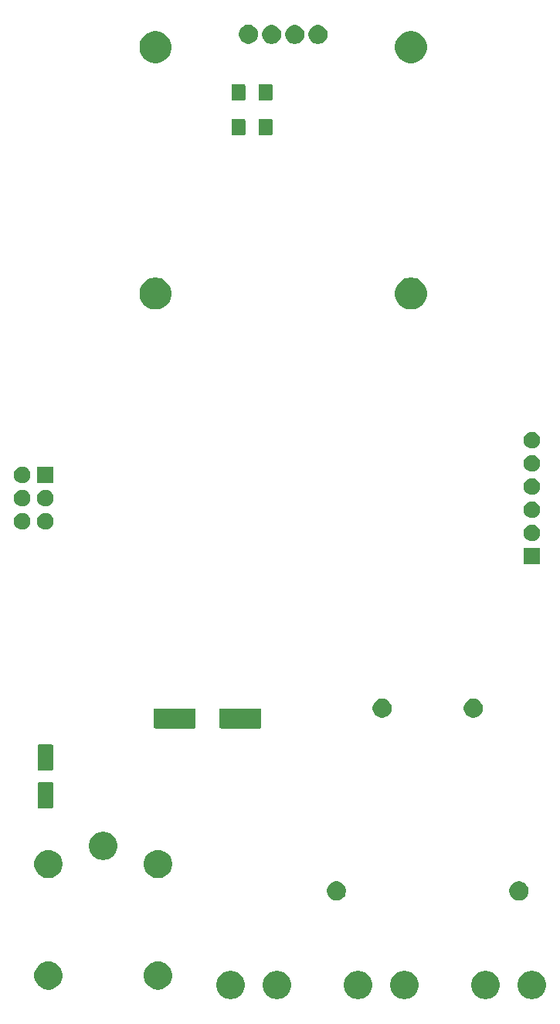
<source format=gbr>
G04 #@! TF.GenerationSoftware,KiCad,Pcbnew,5.1.5+dfsg1-2build2*
G04 #@! TF.CreationDate,2020-07-19T12:41:51+10:00*
G04 #@! TF.ProjectId,grinder_timer,6772696e-6465-4725-9f74-696d65722e6b,rev?*
G04 #@! TF.SameCoordinates,Original*
G04 #@! TF.FileFunction,Soldermask,Bot*
G04 #@! TF.FilePolarity,Negative*
%FSLAX46Y46*%
G04 Gerber Fmt 4.6, Leading zero omitted, Abs format (unit mm)*
G04 Created by KiCad (PCBNEW 5.1.5+dfsg1-2build2) date 2020-07-19 12:41:51*
%MOMM*%
%LPD*%
G04 APERTURE LIST*
%ADD10C,0.100000*%
G04 APERTURE END LIST*
D10*
G36*
X37132585Y7871198D02*
G01*
X37282410Y7841396D01*
X37564674Y7724479D01*
X37818705Y7554741D01*
X38034741Y7338705D01*
X38204479Y7084674D01*
X38321396Y6802410D01*
X38381000Y6502760D01*
X38381000Y6197240D01*
X38321396Y5897590D01*
X38204479Y5615326D01*
X38034741Y5361295D01*
X37818705Y5145259D01*
X37564674Y4975521D01*
X37282410Y4858604D01*
X37132585Y4828802D01*
X36982761Y4799000D01*
X36677239Y4799000D01*
X36527415Y4828802D01*
X36377590Y4858604D01*
X36095326Y4975521D01*
X35841295Y5145259D01*
X35625259Y5361295D01*
X35455521Y5615326D01*
X35338604Y5897590D01*
X35279000Y6197240D01*
X35279000Y6502760D01*
X35338604Y6802410D01*
X35455521Y7084674D01*
X35625259Y7338705D01*
X35841295Y7554741D01*
X36095326Y7724479D01*
X36377590Y7841396D01*
X36527415Y7871198D01*
X36677239Y7901000D01*
X36982761Y7901000D01*
X37132585Y7871198D01*
G37*
G36*
X59992585Y7871198D02*
G01*
X60142410Y7841396D01*
X60424674Y7724479D01*
X60678705Y7554741D01*
X60894741Y7338705D01*
X61064479Y7084674D01*
X61181396Y6802410D01*
X61241000Y6502760D01*
X61241000Y6197240D01*
X61181396Y5897590D01*
X61064479Y5615326D01*
X60894741Y5361295D01*
X60678705Y5145259D01*
X60424674Y4975521D01*
X60142410Y4858604D01*
X59992585Y4828802D01*
X59842761Y4799000D01*
X59537239Y4799000D01*
X59387415Y4828802D01*
X59237590Y4858604D01*
X58955326Y4975521D01*
X58701295Y5145259D01*
X58485259Y5361295D01*
X58315521Y5615326D01*
X58198604Y5897590D01*
X58139000Y6197240D01*
X58139000Y6502760D01*
X58198604Y6802410D01*
X58315521Y7084674D01*
X58485259Y7338705D01*
X58701295Y7554741D01*
X58955326Y7724479D01*
X59237590Y7841396D01*
X59387415Y7871198D01*
X59537239Y7901000D01*
X59842761Y7901000D01*
X59992585Y7871198D01*
G37*
G36*
X51102585Y7871198D02*
G01*
X51252410Y7841396D01*
X51534674Y7724479D01*
X51788705Y7554741D01*
X52004741Y7338705D01*
X52174479Y7084674D01*
X52291396Y6802410D01*
X52351000Y6502760D01*
X52351000Y6197240D01*
X52291396Y5897590D01*
X52174479Y5615326D01*
X52004741Y5361295D01*
X51788705Y5145259D01*
X51534674Y4975521D01*
X51252410Y4858604D01*
X51102585Y4828802D01*
X50952761Y4799000D01*
X50647239Y4799000D01*
X50497415Y4828802D01*
X50347590Y4858604D01*
X50065326Y4975521D01*
X49811295Y5145259D01*
X49595259Y5361295D01*
X49425521Y5615326D01*
X49308604Y5897590D01*
X49249000Y6197240D01*
X49249000Y6502760D01*
X49308604Y6802410D01*
X49425521Y7084674D01*
X49595259Y7338705D01*
X49811295Y7554741D01*
X50065326Y7724479D01*
X50347590Y7841396D01*
X50497415Y7871198D01*
X50647239Y7901000D01*
X50952761Y7901000D01*
X51102585Y7871198D01*
G37*
G36*
X46022585Y7871198D02*
G01*
X46172410Y7841396D01*
X46454674Y7724479D01*
X46708705Y7554741D01*
X46924741Y7338705D01*
X47094479Y7084674D01*
X47211396Y6802410D01*
X47271000Y6502760D01*
X47271000Y6197240D01*
X47211396Y5897590D01*
X47094479Y5615326D01*
X46924741Y5361295D01*
X46708705Y5145259D01*
X46454674Y4975521D01*
X46172410Y4858604D01*
X46022585Y4828802D01*
X45872761Y4799000D01*
X45567239Y4799000D01*
X45417415Y4828802D01*
X45267590Y4858604D01*
X44985326Y4975521D01*
X44731295Y5145259D01*
X44515259Y5361295D01*
X44345521Y5615326D01*
X44228604Y5897590D01*
X44169000Y6197240D01*
X44169000Y6502760D01*
X44228604Y6802410D01*
X44345521Y7084674D01*
X44515259Y7338705D01*
X44731295Y7554741D01*
X44985326Y7724479D01*
X45267590Y7841396D01*
X45417415Y7871198D01*
X45567239Y7901000D01*
X45872761Y7901000D01*
X46022585Y7871198D01*
G37*
G36*
X32052585Y7871198D02*
G01*
X32202410Y7841396D01*
X32484674Y7724479D01*
X32738705Y7554741D01*
X32954741Y7338705D01*
X33124479Y7084674D01*
X33241396Y6802410D01*
X33301000Y6502760D01*
X33301000Y6197240D01*
X33241396Y5897590D01*
X33124479Y5615326D01*
X32954741Y5361295D01*
X32738705Y5145259D01*
X32484674Y4975521D01*
X32202410Y4858604D01*
X32052585Y4828802D01*
X31902761Y4799000D01*
X31597239Y4799000D01*
X31447415Y4828802D01*
X31297590Y4858604D01*
X31015326Y4975521D01*
X30761295Y5145259D01*
X30545259Y5361295D01*
X30375521Y5615326D01*
X30258604Y5897590D01*
X30199000Y6197240D01*
X30199000Y6502760D01*
X30258604Y6802410D01*
X30375521Y7084674D01*
X30545259Y7338705D01*
X30761295Y7554741D01*
X31015326Y7724479D01*
X31297590Y7841396D01*
X31447415Y7871198D01*
X31597239Y7901000D01*
X31902761Y7901000D01*
X32052585Y7871198D01*
G37*
G36*
X65072585Y7871198D02*
G01*
X65222410Y7841396D01*
X65504674Y7724479D01*
X65758705Y7554741D01*
X65974741Y7338705D01*
X66144479Y7084674D01*
X66261396Y6802410D01*
X66321000Y6502760D01*
X66321000Y6197240D01*
X66261396Y5897590D01*
X66144479Y5615326D01*
X65974741Y5361295D01*
X65758705Y5145259D01*
X65504674Y4975521D01*
X65222410Y4858604D01*
X65072585Y4828802D01*
X64922761Y4799000D01*
X64617239Y4799000D01*
X64467415Y4828802D01*
X64317590Y4858604D01*
X64035326Y4975521D01*
X63781295Y5145259D01*
X63565259Y5361295D01*
X63395521Y5615326D01*
X63278604Y5897590D01*
X63219000Y6197240D01*
X63219000Y6502760D01*
X63278604Y6802410D01*
X63395521Y7084674D01*
X63565259Y7338705D01*
X63781295Y7554741D01*
X64035326Y7724479D01*
X64317590Y7841396D01*
X64467415Y7871198D01*
X64617239Y7901000D01*
X64922761Y7901000D01*
X65072585Y7871198D01*
G37*
G36*
X12082585Y8911198D02*
G01*
X12232410Y8881396D01*
X12514674Y8764479D01*
X12768705Y8594741D01*
X12984741Y8378705D01*
X13154479Y8124674D01*
X13271396Y7842410D01*
X13331000Y7542760D01*
X13331000Y7237240D01*
X13271396Y6937590D01*
X13154479Y6655326D01*
X12984741Y6401295D01*
X12768705Y6185259D01*
X12514674Y6015521D01*
X12232410Y5898604D01*
X12082585Y5868802D01*
X11932761Y5839000D01*
X11627239Y5839000D01*
X11477415Y5868802D01*
X11327590Y5898604D01*
X11045326Y6015521D01*
X10791295Y6185259D01*
X10575259Y6401295D01*
X10405521Y6655326D01*
X10288604Y6937590D01*
X10229000Y7237240D01*
X10229000Y7542760D01*
X10288604Y7842410D01*
X10405521Y8124674D01*
X10575259Y8378705D01*
X10791295Y8594741D01*
X11045326Y8764479D01*
X11327590Y8881396D01*
X11477415Y8911198D01*
X11627239Y8941000D01*
X11932761Y8941000D01*
X12082585Y8911198D01*
G37*
G36*
X24082585Y8911198D02*
G01*
X24232410Y8881396D01*
X24514674Y8764479D01*
X24768705Y8594741D01*
X24984741Y8378705D01*
X25154479Y8124674D01*
X25271396Y7842410D01*
X25331000Y7542760D01*
X25331000Y7237240D01*
X25271396Y6937590D01*
X25154479Y6655326D01*
X24984741Y6401295D01*
X24768705Y6185259D01*
X24514674Y6015521D01*
X24232410Y5898604D01*
X24082585Y5868802D01*
X23932761Y5839000D01*
X23627239Y5839000D01*
X23477415Y5868802D01*
X23327590Y5898604D01*
X23045326Y6015521D01*
X22791295Y6185259D01*
X22575259Y6401295D01*
X22405521Y6655326D01*
X22288604Y6937590D01*
X22229000Y7237240D01*
X22229000Y7542760D01*
X22288604Y7842410D01*
X22405521Y8124674D01*
X22575259Y8378705D01*
X22791295Y8594741D01*
X23045326Y8764479D01*
X23327590Y8881396D01*
X23477415Y8911198D01*
X23627239Y8941000D01*
X23932761Y8941000D01*
X24082585Y8911198D01*
G37*
G36*
X43646564Y17680611D02*
G01*
X43837833Y17601385D01*
X43837835Y17601384D01*
X44009973Y17486365D01*
X44156365Y17339973D01*
X44271385Y17167833D01*
X44350611Y16976564D01*
X44391000Y16773516D01*
X44391000Y16566484D01*
X44350611Y16363436D01*
X44271385Y16172167D01*
X44271384Y16172165D01*
X44156365Y16000027D01*
X44009973Y15853635D01*
X43837835Y15738616D01*
X43837834Y15738615D01*
X43837833Y15738615D01*
X43646564Y15659389D01*
X43443516Y15619000D01*
X43236484Y15619000D01*
X43033436Y15659389D01*
X42842167Y15738615D01*
X42842166Y15738615D01*
X42842165Y15738616D01*
X42670027Y15853635D01*
X42523635Y16000027D01*
X42408616Y16172165D01*
X42408615Y16172167D01*
X42329389Y16363436D01*
X42289000Y16566484D01*
X42289000Y16773516D01*
X42329389Y16976564D01*
X42408615Y17167833D01*
X42523635Y17339973D01*
X42670027Y17486365D01*
X42842165Y17601384D01*
X42842167Y17601385D01*
X43033436Y17680611D01*
X43236484Y17721000D01*
X43443516Y17721000D01*
X43646564Y17680611D01*
G37*
G36*
X63646564Y17680611D02*
G01*
X63837833Y17601385D01*
X63837835Y17601384D01*
X64009973Y17486365D01*
X64156365Y17339973D01*
X64271385Y17167833D01*
X64350611Y16976564D01*
X64391000Y16773516D01*
X64391000Y16566484D01*
X64350611Y16363436D01*
X64271385Y16172167D01*
X64271384Y16172165D01*
X64156365Y16000027D01*
X64009973Y15853635D01*
X63837835Y15738616D01*
X63837834Y15738615D01*
X63837833Y15738615D01*
X63646564Y15659389D01*
X63443516Y15619000D01*
X63236484Y15619000D01*
X63033436Y15659389D01*
X62842167Y15738615D01*
X62842166Y15738615D01*
X62842165Y15738616D01*
X62670027Y15853635D01*
X62523635Y16000027D01*
X62408616Y16172165D01*
X62408615Y16172167D01*
X62329389Y16363436D01*
X62289000Y16566484D01*
X62289000Y16773516D01*
X62329389Y16976564D01*
X62408615Y17167833D01*
X62523635Y17339973D01*
X62670027Y17486365D01*
X62842165Y17601384D01*
X62842167Y17601385D01*
X63033436Y17680611D01*
X63236484Y17721000D01*
X63443516Y17721000D01*
X63646564Y17680611D01*
G37*
G36*
X12082585Y21111198D02*
G01*
X12232410Y21081396D01*
X12514674Y20964479D01*
X12768705Y20794741D01*
X12984741Y20578705D01*
X13154479Y20324674D01*
X13271396Y20042410D01*
X13331000Y19742760D01*
X13331000Y19437240D01*
X13271396Y19137590D01*
X13154479Y18855326D01*
X12984741Y18601295D01*
X12768705Y18385259D01*
X12514674Y18215521D01*
X12232410Y18098604D01*
X12082585Y18068802D01*
X11932761Y18039000D01*
X11627239Y18039000D01*
X11477415Y18068802D01*
X11327590Y18098604D01*
X11045326Y18215521D01*
X10791295Y18385259D01*
X10575259Y18601295D01*
X10405521Y18855326D01*
X10288604Y19137590D01*
X10229000Y19437240D01*
X10229000Y19742760D01*
X10288604Y20042410D01*
X10405521Y20324674D01*
X10575259Y20578705D01*
X10791295Y20794741D01*
X11045326Y20964479D01*
X11327590Y21081396D01*
X11477415Y21111198D01*
X11627239Y21141000D01*
X11932761Y21141000D01*
X12082585Y21111198D01*
G37*
G36*
X24082585Y21111198D02*
G01*
X24232410Y21081396D01*
X24514674Y20964479D01*
X24768705Y20794741D01*
X24984741Y20578705D01*
X25154479Y20324674D01*
X25271396Y20042410D01*
X25331000Y19742760D01*
X25331000Y19437240D01*
X25271396Y19137590D01*
X25154479Y18855326D01*
X24984741Y18601295D01*
X24768705Y18385259D01*
X24514674Y18215521D01*
X24232410Y18098604D01*
X24082585Y18068802D01*
X23932761Y18039000D01*
X23627239Y18039000D01*
X23477415Y18068802D01*
X23327590Y18098604D01*
X23045326Y18215521D01*
X22791295Y18385259D01*
X22575259Y18601295D01*
X22405521Y18855326D01*
X22288604Y19137590D01*
X22229000Y19437240D01*
X22229000Y19742760D01*
X22288604Y20042410D01*
X22405521Y20324674D01*
X22575259Y20578705D01*
X22791295Y20794741D01*
X23045326Y20964479D01*
X23327590Y21081396D01*
X23477415Y21111198D01*
X23627239Y21141000D01*
X23932761Y21141000D01*
X24082585Y21111198D01*
G37*
G36*
X18082585Y23111198D02*
G01*
X18232410Y23081396D01*
X18514674Y22964479D01*
X18768705Y22794741D01*
X18984741Y22578705D01*
X19154479Y22324674D01*
X19271396Y22042410D01*
X19331000Y21742760D01*
X19331000Y21437240D01*
X19271396Y21137590D01*
X19154479Y20855326D01*
X18984741Y20601295D01*
X18768705Y20385259D01*
X18514674Y20215521D01*
X18232410Y20098604D01*
X18082585Y20068802D01*
X17932761Y20039000D01*
X17627239Y20039000D01*
X17477415Y20068802D01*
X17327590Y20098604D01*
X17045326Y20215521D01*
X16791295Y20385259D01*
X16575259Y20601295D01*
X16405521Y20855326D01*
X16288604Y21137590D01*
X16229000Y21437240D01*
X16229000Y21742760D01*
X16288604Y22042410D01*
X16405521Y22324674D01*
X16575259Y22578705D01*
X16791295Y22794741D01*
X17045326Y22964479D01*
X17327590Y23081396D01*
X17477415Y23111198D01*
X17627239Y23141000D01*
X17932761Y23141000D01*
X18082585Y23111198D01*
G37*
G36*
X12135997Y28581949D02*
G01*
X12169652Y28571739D01*
X12200665Y28555162D01*
X12227851Y28532851D01*
X12250162Y28505665D01*
X12266739Y28474652D01*
X12276949Y28440997D01*
X12281000Y28399862D01*
X12281000Y25895138D01*
X12276949Y25854003D01*
X12266739Y25820348D01*
X12250162Y25789335D01*
X12227851Y25762149D01*
X12200665Y25739838D01*
X12169652Y25723261D01*
X12135997Y25713051D01*
X12094862Y25709000D01*
X10765138Y25709000D01*
X10724003Y25713051D01*
X10690348Y25723261D01*
X10659335Y25739838D01*
X10632149Y25762149D01*
X10609838Y25789335D01*
X10593261Y25820348D01*
X10583051Y25854003D01*
X10579000Y25895138D01*
X10579000Y28399862D01*
X10583051Y28440997D01*
X10593261Y28474652D01*
X10609838Y28505665D01*
X10632149Y28532851D01*
X10659335Y28555162D01*
X10690348Y28571739D01*
X10724003Y28581949D01*
X10765138Y28586000D01*
X12094862Y28586000D01*
X12135997Y28581949D01*
G37*
G36*
X12135997Y32706949D02*
G01*
X12169652Y32696739D01*
X12200665Y32680162D01*
X12227851Y32657851D01*
X12250162Y32630665D01*
X12266739Y32599652D01*
X12276949Y32565997D01*
X12281000Y32524862D01*
X12281000Y30020138D01*
X12276949Y29979003D01*
X12266739Y29945348D01*
X12250162Y29914335D01*
X12227851Y29887149D01*
X12200665Y29864838D01*
X12169652Y29848261D01*
X12135997Y29838051D01*
X12094862Y29834000D01*
X10765138Y29834000D01*
X10724003Y29838051D01*
X10690348Y29848261D01*
X10659335Y29864838D01*
X10632149Y29887149D01*
X10609838Y29914335D01*
X10593261Y29945348D01*
X10583051Y29979003D01*
X10579000Y30020138D01*
X10579000Y32524862D01*
X10583051Y32565997D01*
X10593261Y32599652D01*
X10609838Y32630665D01*
X10632149Y32657851D01*
X10659335Y32680162D01*
X10690348Y32696739D01*
X10724003Y32706949D01*
X10765138Y32711000D01*
X12094862Y32711000D01*
X12135997Y32706949D01*
G37*
G36*
X27776536Y36657200D02*
G01*
X27807738Y36647735D01*
X27836486Y36632369D01*
X27861687Y36611687D01*
X27882369Y36586486D01*
X27897735Y36557738D01*
X27907200Y36526536D01*
X27911000Y36487954D01*
X27911000Y34632046D01*
X27907200Y34593464D01*
X27897735Y34562262D01*
X27882369Y34533514D01*
X27861687Y34508313D01*
X27836486Y34487631D01*
X27807738Y34472265D01*
X27776536Y34462800D01*
X27737954Y34459000D01*
X23482046Y34459000D01*
X23443464Y34462800D01*
X23412262Y34472265D01*
X23383514Y34487631D01*
X23358313Y34508313D01*
X23337631Y34533514D01*
X23322265Y34562262D01*
X23312800Y34593464D01*
X23309000Y34632046D01*
X23309000Y36487954D01*
X23312800Y36526536D01*
X23322265Y36557738D01*
X23337631Y36586486D01*
X23358313Y36611687D01*
X23383514Y36632369D01*
X23412262Y36647735D01*
X23443464Y36657200D01*
X23482046Y36661000D01*
X27737954Y36661000D01*
X27776536Y36657200D01*
G37*
G36*
X34976536Y36657200D02*
G01*
X35007738Y36647735D01*
X35036486Y36632369D01*
X35061687Y36611687D01*
X35082369Y36586486D01*
X35097735Y36557738D01*
X35107200Y36526536D01*
X35111000Y36487954D01*
X35111000Y34632046D01*
X35107200Y34593464D01*
X35097735Y34562262D01*
X35082369Y34533514D01*
X35061687Y34508313D01*
X35036486Y34487631D01*
X35007738Y34472265D01*
X34976536Y34462800D01*
X34937954Y34459000D01*
X30682046Y34459000D01*
X30643464Y34462800D01*
X30612262Y34472265D01*
X30583514Y34487631D01*
X30558313Y34508313D01*
X30537631Y34533514D01*
X30522265Y34562262D01*
X30512800Y34593464D01*
X30509000Y34632046D01*
X30509000Y36487954D01*
X30512800Y36526536D01*
X30522265Y36557738D01*
X30537631Y36586486D01*
X30558313Y36611687D01*
X30583514Y36632369D01*
X30612262Y36647735D01*
X30643464Y36657200D01*
X30682046Y36661000D01*
X34937954Y36661000D01*
X34976536Y36657200D01*
G37*
G36*
X58646564Y37680611D02*
G01*
X58837833Y37601385D01*
X58837835Y37601384D01*
X59009973Y37486365D01*
X59156365Y37339973D01*
X59271385Y37167833D01*
X59350611Y36976564D01*
X59391000Y36773516D01*
X59391000Y36566484D01*
X59350611Y36363436D01*
X59271385Y36172167D01*
X59271384Y36172165D01*
X59156365Y36000027D01*
X59009973Y35853635D01*
X58837835Y35738616D01*
X58837834Y35738615D01*
X58837833Y35738615D01*
X58646564Y35659389D01*
X58443516Y35619000D01*
X58236484Y35619000D01*
X58033436Y35659389D01*
X57842167Y35738615D01*
X57842166Y35738615D01*
X57842165Y35738616D01*
X57670027Y35853635D01*
X57523635Y36000027D01*
X57408616Y36172165D01*
X57408615Y36172167D01*
X57329389Y36363436D01*
X57289000Y36566484D01*
X57289000Y36773516D01*
X57329389Y36976564D01*
X57408615Y37167833D01*
X57523635Y37339973D01*
X57670027Y37486365D01*
X57842165Y37601384D01*
X57842167Y37601385D01*
X58033436Y37680611D01*
X58236484Y37721000D01*
X58443516Y37721000D01*
X58646564Y37680611D01*
G37*
G36*
X48646564Y37680611D02*
G01*
X48837833Y37601385D01*
X48837835Y37601384D01*
X49009973Y37486365D01*
X49156365Y37339973D01*
X49271385Y37167833D01*
X49350611Y36976564D01*
X49391000Y36773516D01*
X49391000Y36566484D01*
X49350611Y36363436D01*
X49271385Y36172167D01*
X49271384Y36172165D01*
X49156365Y36000027D01*
X49009973Y35853635D01*
X48837835Y35738616D01*
X48837834Y35738615D01*
X48837833Y35738615D01*
X48646564Y35659389D01*
X48443516Y35619000D01*
X48236484Y35619000D01*
X48033436Y35659389D01*
X47842167Y35738615D01*
X47842166Y35738615D01*
X47842165Y35738616D01*
X47670027Y35853635D01*
X47523635Y36000027D01*
X47408616Y36172165D01*
X47408615Y36172167D01*
X47329389Y36363436D01*
X47289000Y36566484D01*
X47289000Y36773516D01*
X47329389Y36976564D01*
X47408615Y37167833D01*
X47523635Y37339973D01*
X47670027Y37486365D01*
X47842165Y37601384D01*
X47842167Y37601385D01*
X48033436Y37680611D01*
X48236484Y37721000D01*
X48443516Y37721000D01*
X48646564Y37680611D01*
G37*
G36*
X65671000Y52439000D02*
G01*
X63869000Y52439000D01*
X63869000Y54241000D01*
X65671000Y54241000D01*
X65671000Y52439000D01*
G37*
G36*
X64883512Y56776073D02*
G01*
X65032812Y56746376D01*
X65196784Y56678456D01*
X65344354Y56579853D01*
X65469853Y56454354D01*
X65568456Y56306784D01*
X65636376Y56142812D01*
X65671000Y55968741D01*
X65671000Y55791259D01*
X65636376Y55617188D01*
X65568456Y55453216D01*
X65469853Y55305646D01*
X65344354Y55180147D01*
X65196784Y55081544D01*
X65032812Y55013624D01*
X64883512Y54983927D01*
X64858742Y54979000D01*
X64681258Y54979000D01*
X64656488Y54983927D01*
X64507188Y55013624D01*
X64343216Y55081544D01*
X64195646Y55180147D01*
X64070147Y55305646D01*
X63971544Y55453216D01*
X63903624Y55617188D01*
X63869000Y55791259D01*
X63869000Y55968741D01*
X63903624Y56142812D01*
X63971544Y56306784D01*
X64070147Y56454354D01*
X64195646Y56579853D01*
X64343216Y56678456D01*
X64507188Y56746376D01*
X64656488Y56776073D01*
X64681258Y56781000D01*
X64858742Y56781000D01*
X64883512Y56776073D01*
G37*
G36*
X11696778Y58029453D02*
G01*
X11863224Y57960509D01*
X12013022Y57860417D01*
X12140417Y57733022D01*
X12240509Y57583224D01*
X12309453Y57416778D01*
X12344600Y57240082D01*
X12344600Y57059918D01*
X12309453Y56883222D01*
X12240509Y56716776D01*
X12140417Y56566978D01*
X12013022Y56439583D01*
X11863224Y56339491D01*
X11696778Y56270547D01*
X11520082Y56235400D01*
X11339918Y56235400D01*
X11163222Y56270547D01*
X10996776Y56339491D01*
X10846978Y56439583D01*
X10719583Y56566978D01*
X10619491Y56716776D01*
X10550547Y56883222D01*
X10515400Y57059918D01*
X10515400Y57240082D01*
X10550547Y57416778D01*
X10619491Y57583224D01*
X10719583Y57733022D01*
X10846978Y57860417D01*
X10996776Y57960509D01*
X11163222Y58029453D01*
X11339918Y58064600D01*
X11520082Y58064600D01*
X11696778Y58029453D01*
G37*
G36*
X9156778Y58029453D02*
G01*
X9323224Y57960509D01*
X9473022Y57860417D01*
X9600417Y57733022D01*
X9700509Y57583224D01*
X9769453Y57416778D01*
X9804600Y57240082D01*
X9804600Y57059918D01*
X9769453Y56883222D01*
X9700509Y56716776D01*
X9600417Y56566978D01*
X9473022Y56439583D01*
X9323224Y56339491D01*
X9156778Y56270547D01*
X8980082Y56235400D01*
X8799918Y56235400D01*
X8623222Y56270547D01*
X8456776Y56339491D01*
X8306978Y56439583D01*
X8179583Y56566978D01*
X8079491Y56716776D01*
X8010547Y56883222D01*
X7975400Y57059918D01*
X7975400Y57240082D01*
X8010547Y57416778D01*
X8079491Y57583224D01*
X8179583Y57733022D01*
X8306978Y57860417D01*
X8456776Y57960509D01*
X8623222Y58029453D01*
X8799918Y58064600D01*
X8980082Y58064600D01*
X9156778Y58029453D01*
G37*
G36*
X64883512Y59316073D02*
G01*
X65032812Y59286376D01*
X65196784Y59218456D01*
X65344354Y59119853D01*
X65469853Y58994354D01*
X65568456Y58846784D01*
X65636376Y58682812D01*
X65671000Y58508741D01*
X65671000Y58331259D01*
X65636376Y58157188D01*
X65568456Y57993216D01*
X65469853Y57845646D01*
X65344354Y57720147D01*
X65196784Y57621544D01*
X65032812Y57553624D01*
X64883512Y57523927D01*
X64858742Y57519000D01*
X64681258Y57519000D01*
X64656488Y57523927D01*
X64507188Y57553624D01*
X64343216Y57621544D01*
X64195646Y57720147D01*
X64070147Y57845646D01*
X63971544Y57993216D01*
X63903624Y58157188D01*
X63869000Y58331259D01*
X63869000Y58508741D01*
X63903624Y58682812D01*
X63971544Y58846784D01*
X64070147Y58994354D01*
X64195646Y59119853D01*
X64343216Y59218456D01*
X64507188Y59286376D01*
X64656488Y59316073D01*
X64681258Y59321000D01*
X64858742Y59321000D01*
X64883512Y59316073D01*
G37*
G36*
X9156778Y60569453D02*
G01*
X9323224Y60500509D01*
X9473022Y60400417D01*
X9600417Y60273022D01*
X9700509Y60123224D01*
X9769453Y59956778D01*
X9804600Y59780082D01*
X9804600Y59599918D01*
X9769453Y59423222D01*
X9700509Y59256776D01*
X9600417Y59106978D01*
X9473022Y58979583D01*
X9323224Y58879491D01*
X9156778Y58810547D01*
X8980082Y58775400D01*
X8799918Y58775400D01*
X8623222Y58810547D01*
X8456776Y58879491D01*
X8306978Y58979583D01*
X8179583Y59106978D01*
X8079491Y59256776D01*
X8010547Y59423222D01*
X7975400Y59599918D01*
X7975400Y59780082D01*
X8010547Y59956778D01*
X8079491Y60123224D01*
X8179583Y60273022D01*
X8306978Y60400417D01*
X8456776Y60500509D01*
X8623222Y60569453D01*
X8799918Y60604600D01*
X8980082Y60604600D01*
X9156778Y60569453D01*
G37*
G36*
X11696778Y60569453D02*
G01*
X11863224Y60500509D01*
X12013022Y60400417D01*
X12140417Y60273022D01*
X12240509Y60123224D01*
X12309453Y59956778D01*
X12344600Y59780082D01*
X12344600Y59599918D01*
X12309453Y59423222D01*
X12240509Y59256776D01*
X12140417Y59106978D01*
X12013022Y58979583D01*
X11863224Y58879491D01*
X11696778Y58810547D01*
X11520082Y58775400D01*
X11339918Y58775400D01*
X11163222Y58810547D01*
X10996776Y58879491D01*
X10846978Y58979583D01*
X10719583Y59106978D01*
X10619491Y59256776D01*
X10550547Y59423222D01*
X10515400Y59599918D01*
X10515400Y59780082D01*
X10550547Y59956778D01*
X10619491Y60123224D01*
X10719583Y60273022D01*
X10846978Y60400417D01*
X10996776Y60500509D01*
X11163222Y60569453D01*
X11339918Y60604600D01*
X11520082Y60604600D01*
X11696778Y60569453D01*
G37*
G36*
X64883512Y61856073D02*
G01*
X65032812Y61826376D01*
X65196784Y61758456D01*
X65344354Y61659853D01*
X65469853Y61534354D01*
X65568456Y61386784D01*
X65636376Y61222812D01*
X65671000Y61048741D01*
X65671000Y60871259D01*
X65636376Y60697188D01*
X65568456Y60533216D01*
X65469853Y60385646D01*
X65344354Y60260147D01*
X65196784Y60161544D01*
X65032812Y60093624D01*
X64883512Y60063927D01*
X64858742Y60059000D01*
X64681258Y60059000D01*
X64656488Y60063927D01*
X64507188Y60093624D01*
X64343216Y60161544D01*
X64195646Y60260147D01*
X64070147Y60385646D01*
X63971544Y60533216D01*
X63903624Y60697188D01*
X63869000Y60871259D01*
X63869000Y61048741D01*
X63903624Y61222812D01*
X63971544Y61386784D01*
X64070147Y61534354D01*
X64195646Y61659853D01*
X64343216Y61758456D01*
X64507188Y61826376D01*
X64656488Y61856073D01*
X64681258Y61861000D01*
X64858742Y61861000D01*
X64883512Y61856073D01*
G37*
G36*
X9156778Y63109453D02*
G01*
X9323224Y63040509D01*
X9473022Y62940417D01*
X9600417Y62813022D01*
X9700509Y62663224D01*
X9769453Y62496778D01*
X9804600Y62320082D01*
X9804600Y62139918D01*
X9769453Y61963222D01*
X9700509Y61796776D01*
X9600417Y61646978D01*
X9473022Y61519583D01*
X9323224Y61419491D01*
X9156778Y61350547D01*
X8980082Y61315400D01*
X8799918Y61315400D01*
X8623222Y61350547D01*
X8456776Y61419491D01*
X8306978Y61519583D01*
X8179583Y61646978D01*
X8079491Y61796776D01*
X8010547Y61963222D01*
X7975400Y62139918D01*
X7975400Y62320082D01*
X8010547Y62496778D01*
X8079491Y62663224D01*
X8179583Y62813022D01*
X8306978Y62940417D01*
X8456776Y63040509D01*
X8623222Y63109453D01*
X8799918Y63144600D01*
X8980082Y63144600D01*
X9156778Y63109453D01*
G37*
G36*
X12344600Y61315400D02*
G01*
X10515400Y61315400D01*
X10515400Y63144600D01*
X12344600Y63144600D01*
X12344600Y61315400D01*
G37*
G36*
X64883512Y64396073D02*
G01*
X65032812Y64366376D01*
X65196784Y64298456D01*
X65344354Y64199853D01*
X65469853Y64074354D01*
X65568456Y63926784D01*
X65636376Y63762812D01*
X65671000Y63588741D01*
X65671000Y63411259D01*
X65636376Y63237188D01*
X65568456Y63073216D01*
X65469853Y62925646D01*
X65344354Y62800147D01*
X65196784Y62701544D01*
X65032812Y62633624D01*
X64883512Y62603927D01*
X64858742Y62599000D01*
X64681258Y62599000D01*
X64656488Y62603927D01*
X64507188Y62633624D01*
X64343216Y62701544D01*
X64195646Y62800147D01*
X64070147Y62925646D01*
X63971544Y63073216D01*
X63903624Y63237188D01*
X63869000Y63411259D01*
X63869000Y63588741D01*
X63903624Y63762812D01*
X63971544Y63926784D01*
X64070147Y64074354D01*
X64195646Y64199853D01*
X64343216Y64298456D01*
X64507188Y64366376D01*
X64656488Y64396073D01*
X64681258Y64401000D01*
X64858742Y64401000D01*
X64883512Y64396073D01*
G37*
G36*
X64883512Y66936073D02*
G01*
X65032812Y66906376D01*
X65196784Y66838456D01*
X65344354Y66739853D01*
X65469853Y66614354D01*
X65568456Y66466784D01*
X65636376Y66302812D01*
X65671000Y66128741D01*
X65671000Y65951259D01*
X65636376Y65777188D01*
X65568456Y65613216D01*
X65469853Y65465646D01*
X65344354Y65340147D01*
X65196784Y65241544D01*
X65032812Y65173624D01*
X64883512Y65143927D01*
X64858742Y65139000D01*
X64681258Y65139000D01*
X64656488Y65143927D01*
X64507188Y65173624D01*
X64343216Y65241544D01*
X64195646Y65340147D01*
X64070147Y65465646D01*
X63971544Y65613216D01*
X63903624Y65777188D01*
X63869000Y65951259D01*
X63869000Y66128741D01*
X63903624Y66302812D01*
X63971544Y66466784D01*
X64070147Y66614354D01*
X64195646Y66739853D01*
X64343216Y66838456D01*
X64507188Y66906376D01*
X64656488Y66936073D01*
X64681258Y66941000D01*
X64858742Y66941000D01*
X64883512Y66936073D01*
G37*
G36*
X51897985Y83816140D02*
G01*
X52010748Y83793710D01*
X52142741Y83739037D01*
X52329408Y83661717D01*
X52616196Y83470091D01*
X52860091Y83226196D01*
X53051717Y82939408D01*
X53183710Y82620747D01*
X53251000Y82282460D01*
X53251000Y81937540D01*
X53183710Y81599253D01*
X53051717Y81280592D01*
X52860091Y80993804D01*
X52616196Y80749909D01*
X52329408Y80558283D01*
X52142741Y80480963D01*
X52010748Y80426290D01*
X51897985Y80403860D01*
X51672460Y80359000D01*
X51327540Y80359000D01*
X51102015Y80403860D01*
X50989252Y80426290D01*
X50857259Y80480963D01*
X50670592Y80558283D01*
X50383804Y80749909D01*
X50139909Y80993804D01*
X49948283Y81280592D01*
X49816290Y81599253D01*
X49749000Y81937540D01*
X49749000Y82282460D01*
X49816290Y82620747D01*
X49948283Y82939408D01*
X50139909Y83226196D01*
X50383804Y83470091D01*
X50670592Y83661717D01*
X50857259Y83739037D01*
X50989252Y83793710D01*
X51102015Y83816140D01*
X51327540Y83861000D01*
X51672460Y83861000D01*
X51897985Y83816140D01*
G37*
G36*
X23897985Y83816140D02*
G01*
X24010748Y83793710D01*
X24142741Y83739037D01*
X24329408Y83661717D01*
X24616196Y83470091D01*
X24860091Y83226196D01*
X25051717Y82939408D01*
X25183710Y82620747D01*
X25251000Y82282460D01*
X25251000Y81937540D01*
X25183710Y81599253D01*
X25051717Y81280592D01*
X24860091Y80993804D01*
X24616196Y80749909D01*
X24329408Y80558283D01*
X24142741Y80480963D01*
X24010748Y80426290D01*
X23897985Y80403860D01*
X23672460Y80359000D01*
X23327540Y80359000D01*
X23102015Y80403860D01*
X22989252Y80426290D01*
X22857259Y80480963D01*
X22670592Y80558283D01*
X22383804Y80749909D01*
X22139909Y80993804D01*
X21948283Y81280592D01*
X21816290Y81599253D01*
X21749000Y81937540D01*
X21749000Y82282460D01*
X21816290Y82620747D01*
X21948283Y82939408D01*
X22139909Y83226196D01*
X22383804Y83470091D01*
X22670592Y83661717D01*
X22857259Y83739037D01*
X22989252Y83793710D01*
X23102015Y83816140D01*
X23327540Y83861000D01*
X23672460Y83861000D01*
X23897985Y83816140D01*
G37*
G36*
X36173062Y101251819D02*
G01*
X36207981Y101241226D01*
X36240163Y101224024D01*
X36268373Y101200873D01*
X36291524Y101172663D01*
X36308726Y101140481D01*
X36319319Y101105562D01*
X36323500Y101063105D01*
X36323500Y99596895D01*
X36319319Y99554438D01*
X36308726Y99519519D01*
X36291524Y99487337D01*
X36268373Y99459127D01*
X36240163Y99435976D01*
X36207981Y99418774D01*
X36173062Y99408181D01*
X36130605Y99404000D01*
X34989395Y99404000D01*
X34946938Y99408181D01*
X34912019Y99418774D01*
X34879837Y99435976D01*
X34851627Y99459127D01*
X34828476Y99487337D01*
X34811274Y99519519D01*
X34800681Y99554438D01*
X34796500Y99596895D01*
X34796500Y101063105D01*
X34800681Y101105562D01*
X34811274Y101140481D01*
X34828476Y101172663D01*
X34851627Y101200873D01*
X34879837Y101224024D01*
X34912019Y101241226D01*
X34946938Y101251819D01*
X34989395Y101256000D01*
X36130605Y101256000D01*
X36173062Y101251819D01*
G37*
G36*
X33198062Y101251819D02*
G01*
X33232981Y101241226D01*
X33265163Y101224024D01*
X33293373Y101200873D01*
X33316524Y101172663D01*
X33333726Y101140481D01*
X33344319Y101105562D01*
X33348500Y101063105D01*
X33348500Y99596895D01*
X33344319Y99554438D01*
X33333726Y99519519D01*
X33316524Y99487337D01*
X33293373Y99459127D01*
X33265163Y99435976D01*
X33232981Y99418774D01*
X33198062Y99408181D01*
X33155605Y99404000D01*
X32014395Y99404000D01*
X31971938Y99408181D01*
X31937019Y99418774D01*
X31904837Y99435976D01*
X31876627Y99459127D01*
X31853476Y99487337D01*
X31836274Y99519519D01*
X31825681Y99554438D01*
X31821500Y99596895D01*
X31821500Y101063105D01*
X31825681Y101105562D01*
X31836274Y101140481D01*
X31853476Y101172663D01*
X31876627Y101200873D01*
X31904837Y101224024D01*
X31937019Y101241226D01*
X31971938Y101251819D01*
X32014395Y101256000D01*
X33155605Y101256000D01*
X33198062Y101251819D01*
G37*
G36*
X36173062Y105061819D02*
G01*
X36207981Y105051226D01*
X36240163Y105034024D01*
X36268373Y105010873D01*
X36291524Y104982663D01*
X36308726Y104950481D01*
X36319319Y104915562D01*
X36323500Y104873105D01*
X36323500Y103406895D01*
X36319319Y103364438D01*
X36308726Y103329519D01*
X36291524Y103297337D01*
X36268373Y103269127D01*
X36240163Y103245976D01*
X36207981Y103228774D01*
X36173062Y103218181D01*
X36130605Y103214000D01*
X34989395Y103214000D01*
X34946938Y103218181D01*
X34912019Y103228774D01*
X34879837Y103245976D01*
X34851627Y103269127D01*
X34828476Y103297337D01*
X34811274Y103329519D01*
X34800681Y103364438D01*
X34796500Y103406895D01*
X34796500Y104873105D01*
X34800681Y104915562D01*
X34811274Y104950481D01*
X34828476Y104982663D01*
X34851627Y105010873D01*
X34879837Y105034024D01*
X34912019Y105051226D01*
X34946938Y105061819D01*
X34989395Y105066000D01*
X36130605Y105066000D01*
X36173062Y105061819D01*
G37*
G36*
X33198062Y105061819D02*
G01*
X33232981Y105051226D01*
X33265163Y105034024D01*
X33293373Y105010873D01*
X33316524Y104982663D01*
X33333726Y104950481D01*
X33344319Y104915562D01*
X33348500Y104873105D01*
X33348500Y103406895D01*
X33344319Y103364438D01*
X33333726Y103329519D01*
X33316524Y103297337D01*
X33293373Y103269127D01*
X33265163Y103245976D01*
X33232981Y103228774D01*
X33198062Y103218181D01*
X33155605Y103214000D01*
X32014395Y103214000D01*
X31971938Y103218181D01*
X31937019Y103228774D01*
X31904837Y103245976D01*
X31876627Y103269127D01*
X31853476Y103297337D01*
X31836274Y103329519D01*
X31825681Y103364438D01*
X31821500Y103406895D01*
X31821500Y104873105D01*
X31825681Y104915562D01*
X31836274Y104950481D01*
X31853476Y104982663D01*
X31876627Y105010873D01*
X31904837Y105034024D01*
X31937019Y105051226D01*
X31971938Y105061819D01*
X32014395Y105066000D01*
X33155605Y105066000D01*
X33198062Y105061819D01*
G37*
G36*
X51895848Y110816565D02*
G01*
X52010748Y110793710D01*
X52142741Y110739037D01*
X52329408Y110661717D01*
X52616196Y110470091D01*
X52860091Y110226196D01*
X53051717Y109939408D01*
X53101166Y109820027D01*
X53183710Y109620748D01*
X53192091Y109578615D01*
X53251000Y109282460D01*
X53251000Y108937540D01*
X53183710Y108599253D01*
X53051717Y108280592D01*
X52860091Y107993804D01*
X52616196Y107749909D01*
X52329408Y107558283D01*
X52142741Y107480963D01*
X52010748Y107426290D01*
X51897985Y107403860D01*
X51672460Y107359000D01*
X51327540Y107359000D01*
X51102015Y107403860D01*
X50989252Y107426290D01*
X50857259Y107480963D01*
X50670592Y107558283D01*
X50383804Y107749909D01*
X50139909Y107993804D01*
X49948283Y108280592D01*
X49816290Y108599253D01*
X49749000Y108937540D01*
X49749000Y109282460D01*
X49807909Y109578615D01*
X49816290Y109620748D01*
X49898834Y109820027D01*
X49948283Y109939408D01*
X50139909Y110226196D01*
X50383804Y110470091D01*
X50670592Y110661717D01*
X50857259Y110739037D01*
X50989252Y110793710D01*
X51104152Y110816565D01*
X51327540Y110861000D01*
X51672460Y110861000D01*
X51895848Y110816565D01*
G37*
G36*
X23895848Y110816565D02*
G01*
X24010748Y110793710D01*
X24142741Y110739037D01*
X24329408Y110661717D01*
X24616196Y110470091D01*
X24860091Y110226196D01*
X25051717Y109939408D01*
X25101166Y109820027D01*
X25183710Y109620748D01*
X25192091Y109578615D01*
X25251000Y109282460D01*
X25251000Y108937540D01*
X25183710Y108599253D01*
X25051717Y108280592D01*
X24860091Y107993804D01*
X24616196Y107749909D01*
X24329408Y107558283D01*
X24142741Y107480963D01*
X24010748Y107426290D01*
X23897985Y107403860D01*
X23672460Y107359000D01*
X23327540Y107359000D01*
X23102015Y107403860D01*
X22989252Y107426290D01*
X22857259Y107480963D01*
X22670592Y107558283D01*
X22383804Y107749909D01*
X22139909Y107993804D01*
X21948283Y108280592D01*
X21816290Y108599253D01*
X21749000Y108937540D01*
X21749000Y109282460D01*
X21807909Y109578615D01*
X21816290Y109620748D01*
X21898834Y109820027D01*
X21948283Y109939408D01*
X22139909Y110226196D01*
X22383804Y110470091D01*
X22670592Y110661717D01*
X22857259Y110739037D01*
X22989252Y110793710D01*
X23104152Y110816565D01*
X23327540Y110861000D01*
X23672460Y110861000D01*
X23895848Y110816565D01*
G37*
G36*
X36536564Y111500611D02*
G01*
X36727833Y111421385D01*
X36727835Y111421384D01*
X36899973Y111306365D01*
X37046365Y111159973D01*
X37148022Y111007833D01*
X37161385Y110987833D01*
X37240611Y110796564D01*
X37281000Y110593516D01*
X37281000Y110386484D01*
X37240611Y110183436D01*
X37169669Y110012167D01*
X37161384Y109992165D01*
X37046365Y109820027D01*
X36899973Y109673635D01*
X36727835Y109558616D01*
X36727834Y109558615D01*
X36727833Y109558615D01*
X36536564Y109479389D01*
X36333516Y109439000D01*
X36126484Y109439000D01*
X35923436Y109479389D01*
X35732167Y109558615D01*
X35732166Y109558615D01*
X35732165Y109558616D01*
X35560027Y109673635D01*
X35413635Y109820027D01*
X35298616Y109992165D01*
X35290331Y110012167D01*
X35219389Y110183436D01*
X35179000Y110386484D01*
X35179000Y110593516D01*
X35219389Y110796564D01*
X35298615Y110987833D01*
X35311979Y111007833D01*
X35413635Y111159973D01*
X35560027Y111306365D01*
X35732165Y111421384D01*
X35732167Y111421385D01*
X35923436Y111500611D01*
X36126484Y111541000D01*
X36333516Y111541000D01*
X36536564Y111500611D01*
G37*
G36*
X39076564Y111500611D02*
G01*
X39267833Y111421385D01*
X39267835Y111421384D01*
X39439973Y111306365D01*
X39586365Y111159973D01*
X39688022Y111007833D01*
X39701385Y110987833D01*
X39780611Y110796564D01*
X39821000Y110593516D01*
X39821000Y110386484D01*
X39780611Y110183436D01*
X39709669Y110012167D01*
X39701384Y109992165D01*
X39586365Y109820027D01*
X39439973Y109673635D01*
X39267835Y109558616D01*
X39267834Y109558615D01*
X39267833Y109558615D01*
X39076564Y109479389D01*
X38873516Y109439000D01*
X38666484Y109439000D01*
X38463436Y109479389D01*
X38272167Y109558615D01*
X38272166Y109558615D01*
X38272165Y109558616D01*
X38100027Y109673635D01*
X37953635Y109820027D01*
X37838616Y109992165D01*
X37830331Y110012167D01*
X37759389Y110183436D01*
X37719000Y110386484D01*
X37719000Y110593516D01*
X37759389Y110796564D01*
X37838615Y110987833D01*
X37851979Y111007833D01*
X37953635Y111159973D01*
X38100027Y111306365D01*
X38272165Y111421384D01*
X38272167Y111421385D01*
X38463436Y111500611D01*
X38666484Y111541000D01*
X38873516Y111541000D01*
X39076564Y111500611D01*
G37*
G36*
X41616564Y111500611D02*
G01*
X41807833Y111421385D01*
X41807835Y111421384D01*
X41979973Y111306365D01*
X42126365Y111159973D01*
X42228022Y111007833D01*
X42241385Y110987833D01*
X42320611Y110796564D01*
X42361000Y110593516D01*
X42361000Y110386484D01*
X42320611Y110183436D01*
X42249669Y110012167D01*
X42241384Y109992165D01*
X42126365Y109820027D01*
X41979973Y109673635D01*
X41807835Y109558616D01*
X41807834Y109558615D01*
X41807833Y109558615D01*
X41616564Y109479389D01*
X41413516Y109439000D01*
X41206484Y109439000D01*
X41003436Y109479389D01*
X40812167Y109558615D01*
X40812166Y109558615D01*
X40812165Y109558616D01*
X40640027Y109673635D01*
X40493635Y109820027D01*
X40378616Y109992165D01*
X40370331Y110012167D01*
X40299389Y110183436D01*
X40259000Y110386484D01*
X40259000Y110593516D01*
X40299389Y110796564D01*
X40378615Y110987833D01*
X40391979Y111007833D01*
X40493635Y111159973D01*
X40640027Y111306365D01*
X40812165Y111421384D01*
X40812167Y111421385D01*
X41003436Y111500611D01*
X41206484Y111541000D01*
X41413516Y111541000D01*
X41616564Y111500611D01*
G37*
G36*
X33996564Y111520611D02*
G01*
X34187833Y111441385D01*
X34187835Y111441384D01*
X34217767Y111421384D01*
X34359973Y111326365D01*
X34506365Y111179973D01*
X34621385Y111007833D01*
X34700611Y110816564D01*
X34741000Y110613516D01*
X34741000Y110406484D01*
X34700611Y110203436D01*
X34692326Y110183435D01*
X34621384Y110012165D01*
X34506365Y109840027D01*
X34359973Y109693635D01*
X34187835Y109578616D01*
X34187834Y109578615D01*
X34187833Y109578615D01*
X33996564Y109499389D01*
X33793516Y109459000D01*
X33586484Y109459000D01*
X33383436Y109499389D01*
X33192167Y109578615D01*
X33192166Y109578615D01*
X33192165Y109578616D01*
X33020027Y109693635D01*
X32873635Y109840027D01*
X32758616Y110012165D01*
X32687674Y110183435D01*
X32679389Y110203436D01*
X32639000Y110406484D01*
X32639000Y110613516D01*
X32679389Y110816564D01*
X32758615Y111007833D01*
X32873635Y111179973D01*
X33020027Y111326365D01*
X33162233Y111421384D01*
X33192165Y111441384D01*
X33192167Y111441385D01*
X33383436Y111520611D01*
X33586484Y111561000D01*
X33793516Y111561000D01*
X33996564Y111520611D01*
G37*
M02*

</source>
